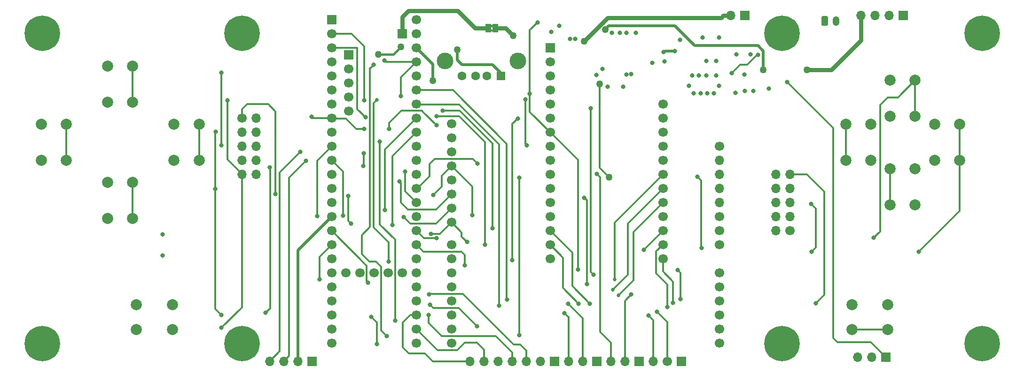
<source format=gbr>
%TF.GenerationSoftware,KiCad,Pcbnew,5.1.9*%
%TF.CreationDate,2021-01-24T16:08:06-08:00*%
%TF.ProjectId,TeensyDisplayShield,5465656e-7379-4446-9973-706c61795368,rev?*%
%TF.SameCoordinates,Original*%
%TF.FileFunction,Copper,L4,Bot*%
%TF.FilePolarity,Positive*%
%FSLAX46Y46*%
G04 Gerber Fmt 4.6, Leading zero omitted, Abs format (unit mm)*
G04 Created by KiCad (PCBNEW 5.1.9) date 2021-01-24 16:08:06*
%MOMM*%
%LPD*%
G01*
G04 APERTURE LIST*
%TA.AperFunction,EtchedComponent*%
%ADD10C,0.100000*%
%TD*%
%TA.AperFunction,ComponentPad*%
%ADD11C,1.700000*%
%TD*%
%TA.AperFunction,ComponentPad*%
%ADD12O,1.700000X1.700000*%
%TD*%
%TA.AperFunction,ComponentPad*%
%ADD13R,1.700000X1.700000*%
%TD*%
%TA.AperFunction,ComponentPad*%
%ADD14C,1.600000*%
%TD*%
%TA.AperFunction,ComponentPad*%
%ADD15R,1.600000X1.500000*%
%TD*%
%TA.AperFunction,ComponentPad*%
%ADD16C,3.000000*%
%TD*%
%TA.AperFunction,ComponentPad*%
%ADD17O,1.200000X1.750000*%
%TD*%
%TA.AperFunction,SMDPad,CuDef*%
%ADD18R,1.000000X1.500000*%
%TD*%
%TA.AperFunction,ComponentPad*%
%ADD19C,2.000000*%
%TD*%
%TA.AperFunction,ComponentPad*%
%ADD20C,6.400000*%
%TD*%
%TA.AperFunction,ViaPad*%
%ADD21C,0.800000*%
%TD*%
%TA.AperFunction,ViaPad*%
%ADD22C,1.270000*%
%TD*%
%TA.AperFunction,ViaPad*%
%ADD23C,0.685800*%
%TD*%
%TA.AperFunction,Conductor*%
%ADD24C,0.300000*%
%TD*%
%TA.AperFunction,Conductor*%
%ADD25C,0.750000*%
%TD*%
%TA.AperFunction,Conductor*%
%ADD26C,0.500000*%
%TD*%
%TA.AperFunction,Conductor*%
%ADD27C,0.400000*%
%TD*%
G04 APERTURE END LIST*
D10*
%TO.C,JP1*%
G36*
X121344000Y-80080000D02*
G01*
X121844000Y-80080000D01*
X121844000Y-79680000D01*
X121344000Y-79680000D01*
X121344000Y-80080000D01*
G37*
G36*
X121344000Y-80880000D02*
G01*
X121844000Y-80880000D01*
X121844000Y-80480000D01*
X121344000Y-80480000D01*
X121344000Y-80880000D01*
G37*
%TD*%
D11*
%TO.P,A2,16*%
%TO.N,Net-(A2-Pad16)*%
X114300000Y-134620000D03*
%TO.P,A2,15*%
%TO.N,Net-(A2-Pad15)*%
X114300000Y-137160000D03*
%TO.P,A2,14*%
%TO.N,A5-SCL*%
X162560000Y-137160000D03*
%TO.P,A2,13*%
%TO.N,A4-SDA*%
X162560000Y-134620000D03*
%TO.P,A2,28*%
%TO.N,D13-SPI-SCK*%
X114300000Y-102620000D03*
%TO.P,A2,12*%
%TO.N,Net-(A2-Pad12)*%
X162560000Y-132080000D03*
%TO.P,A2,27*%
%TO.N,D12-SPI-MISO*%
X114300000Y-105160000D03*
%TO.P,A2,11*%
%TO.N,A8*%
X162560000Y-129540000D03*
%TO.P,A2,26*%
%TO.N,D11-SPI-MOSI*%
X114300000Y-107700000D03*
%TO.P,A2,10*%
%TO.N,Net-(A2-Pad10)*%
X162560000Y-127000000D03*
%TO.P,A2,25*%
%TO.N,D10-SPI-CS*%
X114300000Y-110240000D03*
%TO.P,A2,9*%
%TO.N,Net-(A2-Pad9)*%
X162560000Y-124460000D03*
%TO.P,A2,24*%
%TO.N,D9*%
X114300000Y-112780000D03*
%TO.P,A2,8*%
%TO.N,+5V*%
X162560000Y-119380000D03*
%TO.P,A2,23*%
%TO.N,D8-TX2*%
X114300000Y-115320000D03*
%TO.P,A2,7*%
%TO.N,GND*%
X162560000Y-116840000D03*
%TO.P,A2,22*%
%TO.N,Net-(A2-Pad22)*%
X114300000Y-119380000D03*
%TO.P,A2,6*%
%TO.N,GND*%
X162560000Y-114300000D03*
%TO.P,A2,21*%
%TO.N,Net-(A2-Pad21)*%
X114300000Y-121920000D03*
D12*
%TO.P,A2,5*%
%TO.N,+5V*%
X162560000Y-111760000D03*
D11*
%TO.P,A2,20*%
%TO.N,Net-(A2-Pad20)*%
X114300000Y-124460000D03*
D12*
%TO.P,A2,4*%
%TO.N,+3V3*%
X162560000Y-109220000D03*
D11*
%TO.P,A2,19*%
%TO.N,Net-(A2-Pad19)*%
X114300000Y-127000000D03*
D12*
%TO.P,A2,3*%
%TO.N,Net-(A2-Pad3)*%
X162560000Y-106680000D03*
D11*
%TO.P,A2,18*%
%TO.N,Net-(A2-Pad18)*%
X114300000Y-129540000D03*
D12*
%TO.P,A2,2*%
%TO.N,Net-(A2-Pad2)*%
X162560000Y-104140000D03*
D11*
%TO.P,A2,17*%
%TO.N,Net-(A2-Pad17)*%
X114300000Y-132080000D03*
%TO.P,A2,1*%
%TO.N,Net-(A2-Pad1)*%
X162560000Y-101600000D03*
%TO.P,A2,30*%
%TO.N,Net-(A2-Pad30)*%
X114300000Y-97540000D03*
%TO.P,A2,29*%
%TO.N,GND*%
X114300000Y-100080000D03*
%TD*%
%TO.P,A1,16*%
%TO.N,Net-(A1-Pad16)*%
X132080000Y-121920000D03*
%TO.P,A1,15*%
%TO.N,D1-TX1-SPI1-MISO1*%
X132080000Y-119380000D03*
%TO.P,A1,14*%
%TO.N,D0-RX1-SPI-CS1*%
X132080000Y-116840000D03*
%TO.P,A1,13*%
%TO.N,D12-SPI-MISO*%
X132080000Y-114300000D03*
%TO.P,A1,12*%
%TO.N,D11-SPI-MOSI*%
X132080000Y-111760000D03*
%TO.P,A1,11*%
%TO.N,D13-SPI-SCK*%
X132080000Y-109220000D03*
%TO.P,A1,10*%
%TO.N,Button-B*%
X132080000Y-106680000D03*
%TO.P,A1,9*%
%TO.N,Button-Y*%
X132080000Y-104140000D03*
%TO.P,A1,8*%
%TO.N,A9*%
X132080000Y-101600000D03*
%TO.P,A1,7*%
%TO.N,A8*%
X132080000Y-99060000D03*
%TO.P,A1,6*%
%TO.N,A17*%
X132080000Y-96520000D03*
%TO.P,A1,5*%
%TO.N,A16*%
X132080000Y-93980000D03*
%TO.P,A1,4*%
%TO.N,GND*%
X132080000Y-91440000D03*
%TO.P,A1,3*%
%TO.N,Net-(A1-Pad3)*%
X132080000Y-88900000D03*
%TO.P,A1,2*%
%TO.N,+3V3*%
X132080000Y-86360000D03*
D13*
%TO.P,A1,1*%
%TO.N,Net-(A1-Pad1)*%
X132080000Y-83820000D03*
D11*
%TO.P,A1,28*%
%TO.N,Feather-VBAT*%
X152400000Y-93980000D03*
%TO.P,A1,27*%
%TO.N,Net-(A1-Pad27)*%
X152400000Y-96520000D03*
%TO.P,A1,26*%
%TO.N,+5V*%
X152400000Y-99060000D03*
%TO.P,A1,25*%
%TO.N,Button-Select*%
X152400000Y-101600000D03*
%TO.P,A1,24*%
%TO.N,Button-Right*%
X152400000Y-104140000D03*
%TO.P,A1,23*%
%TO.N,Button-Left*%
X152400000Y-106680000D03*
%TO.P,A1,22*%
%TO.N,Button-Down*%
X152400000Y-109220000D03*
%TO.P,A1,21*%
%TO.N,Button-Up*%
X152400000Y-111760000D03*
%TO.P,A1,20*%
%TO.N,D9*%
X152400000Y-114300000D03*
%TO.P,A1,19*%
%TO.N,D8-TX2*%
X152400000Y-116840000D03*
%TO.P,A1,18*%
%TO.N,A5-SCL*%
X152400000Y-119380000D03*
%TO.P,A1,17*%
%TO.N,A4-SDA*%
X152400000Y-121920000D03*
%TD*%
D14*
%TO.P,J2,4*%
%TO.N,GND*%
X116190000Y-88900000D03*
%TO.P,J2,3*%
%TO.N,USBHost_D+*%
X118690000Y-88900000D03*
%TO.P,J2,2*%
%TO.N,USBHost_D-*%
X120690000Y-88900000D03*
D15*
%TO.P,J2,1*%
%TO.N,USBHost_5V*%
X123190000Y-88900000D03*
D16*
%TO.P,J2,5*%
%TO.N,Net-(J2-Pad5)*%
X113120000Y-86190000D03*
X126260000Y-86190000D03*
%TD*%
D13*
%TO.P,J5,1*%
%TO.N,GND*%
X195700000Y-78000000D03*
D12*
%TO.P,J5,2*%
%TO.N,+5V*%
X193160000Y-78000000D03*
%TO.P,J5,3*%
X190620000Y-78000000D03*
%TO.P,J5,4*%
%TO.N,VBAT*%
X188080000Y-78000000D03*
%TD*%
%TO.P,J1,1*%
%TO.N,Onboard-VBAT*%
%TA.AperFunction,ComponentPad*%
G36*
G01*
X180950000Y-79575001D02*
X180950000Y-78324999D01*
G75*
G02*
X181199999Y-78075000I249999J0D01*
G01*
X181900001Y-78075000D01*
G75*
G02*
X182150000Y-78324999I0J-249999D01*
G01*
X182150000Y-79575001D01*
G75*
G02*
X181900001Y-79825000I-249999J0D01*
G01*
X181199999Y-79825000D01*
G75*
G02*
X180950000Y-79575001I0J249999D01*
G01*
G37*
%TD.AperFunction*%
D17*
%TO.P,J1,2*%
%TO.N,GND*%
X183550000Y-78950000D03*
%TD*%
D13*
%TO.P,J6,1*%
%TO.N,GND*%
X167170000Y-78000000D03*
D12*
%TO.P,J6,2*%
%TO.N,VUSB*%
X164630000Y-78000000D03*
%TD*%
%TO.P,J3,16*%
%TO.N,D35-TX8*%
X117602000Y-140440000D03*
%TO.P,J3,15*%
%TO.N,D34-RX8*%
X120142000Y-140440000D03*
%TO.P,J3,14*%
%TO.N,D29-TX7*%
X122682000Y-140440000D03*
%TO.P,J3,13*%
%TO.N,D28-RX7*%
X125222000Y-140440000D03*
%TO.P,J3,12*%
%TO.N,A10-SCL2-TX6*%
X127762000Y-140440000D03*
%TO.P,J3,11*%
%TO.N,A11-SDA2-RX6*%
X130302000Y-140440000D03*
D13*
%TO.P,J3,10*%
%TO.N,GND*%
X132842000Y-140440000D03*
D12*
%TO.P,J3,9*%
%TO.N,A6-TX5*%
X135382000Y-140440000D03*
%TO.P,J3,8*%
%TO.N,A7-RX5*%
X137922000Y-140440000D03*
D13*
%TO.P,J3,7*%
%TO.N,GND*%
X140462000Y-140440000D03*
D12*
%TO.P,J3,6*%
%TO.N,A0-TX3*%
X143002000Y-140440000D03*
%TO.P,J3,5*%
%TO.N,A1-RX3*%
X145542000Y-140440000D03*
D13*
%TO.P,J3,4*%
%TO.N,GND*%
X148082000Y-140440000D03*
D12*
%TO.P,J3,3*%
%TO.N,D1-TX1-SPI1-MISO1*%
X150622000Y-140440000D03*
D11*
%TO.P,J3,2*%
%TO.N,D0-RX1-SPI-CS1*%
X153162000Y-140440000D03*
D13*
%TO.P,J3,1*%
%TO.N,GND*%
X155702000Y-140440000D03*
%TD*%
D18*
%TO.P,JP1,1*%
%TO.N,Teensy-VUSB*%
X120944000Y-80280000D03*
%TO.P,JP1,2*%
%TO.N,VUSB*%
X122244000Y-80280000D03*
%TD*%
D19*
%TO.P,SW2,1*%
%TO.N,Button-Up*%
X197850000Y-89640000D03*
%TO.P,SW2,2*%
%TO.N,GND*%
X193350000Y-89640000D03*
%TO.P,SW2,1*%
%TO.N,Button-Up*%
X197850000Y-96140000D03*
%TO.P,SW2,2*%
%TO.N,GND*%
X193350000Y-96140000D03*
%TD*%
D13*
%TO.P,U2,49*%
%TO.N,Teensy-VUSB*%
X105410000Y-81280000D03*
D11*
%TO.P,U2,59*%
%TO.N,GND*%
X95760800Y-95199200D03*
%TO.P,U2,58*%
X95760800Y-92659200D03*
%TO.P,U2,57*%
%TO.N,USBHost_D+*%
X95760800Y-90119200D03*
%TO.P,U2,56*%
%TO.N,USBHost_D-*%
X95760800Y-87579200D03*
D13*
%TO.P,U2,55*%
%TO.N,USBHost_5V*%
X95760800Y-85039200D03*
D11*
%TO.P,U2,48*%
%TO.N,+5V*%
X107950000Y-78740000D03*
%TO.P,U2,47*%
%TO.N,GND*%
X107950000Y-81280000D03*
%TO.P,U2,46*%
%TO.N,+3V3*%
X107950000Y-83820000D03*
%TO.P,U2,45*%
%TO.N,A9*%
X107950000Y-86360000D03*
%TO.P,U2,44*%
%TO.N,A8*%
X107950000Y-88900000D03*
%TO.P,U2,43*%
%TO.N,A7-RX5*%
X107950000Y-91440000D03*
%TO.P,U2,42*%
%TO.N,A6-TX5*%
X107950000Y-93980000D03*
%TO.P,U2,41*%
%TO.N,A5-SCL*%
X107950000Y-96520000D03*
%TO.P,U2,40*%
%TO.N,A4-SDA*%
X107950000Y-99060000D03*
%TO.P,U2,39*%
%TO.N,A3-SDA1-TX4*%
X107950000Y-101600000D03*
%TO.P,U2,38*%
%TO.N,A2-SCL1-RX4*%
X107950000Y-104140000D03*
%TO.P,U2,37*%
%TO.N,A1-RX3*%
X107950000Y-106680000D03*
%TO.P,U2,36*%
%TO.N,A0-TX3*%
X107950000Y-109220000D03*
%TO.P,U2,35*%
%TO.N,D13-SPI-SCK*%
X107950000Y-111760000D03*
D13*
%TO.P,U2,1*%
%TO.N,GND*%
X92710000Y-78740000D03*
D11*
%TO.P,U2,2*%
%TO.N,D0-RX1-SPI-CS1*%
X92710000Y-81280000D03*
%TO.P,U2,3*%
%TO.N,D1-TX1-SPI1-MISO1*%
X92710000Y-83820000D03*
%TO.P,U2,4*%
%TO.N,Button-Up*%
X92710000Y-86360000D03*
%TO.P,U2,5*%
%TO.N,Button-Down*%
X92710000Y-88900000D03*
%TO.P,U2,6*%
%TO.N,Button-Left*%
X92710000Y-91440000D03*
%TO.P,U2,7*%
%TO.N,Button-Right*%
X92710000Y-93980000D03*
%TO.P,U2,8*%
%TO.N,Button-Select*%
X92710000Y-96520000D03*
%TO.P,U2,9*%
%TO.N,D7-RX2*%
X92710000Y-99060000D03*
%TO.P,U2,10*%
%TO.N,D8-TX2*%
X92710000Y-101600000D03*
%TO.P,U2,11*%
%TO.N,D9*%
X92710000Y-104140000D03*
%TO.P,U2,12*%
%TO.N,D10-SPI-CS*%
X92710000Y-106680000D03*
%TO.P,U2,13*%
%TO.N,D11-SPI-MOSI*%
X92710000Y-109220000D03*
%TO.P,U2,34*%
%TO.N,GND*%
X107950000Y-114300000D03*
%TO.P,U2,33*%
%TO.N,A17*%
X107950000Y-116840000D03*
%TO.P,U2,32*%
%TO.N,A16*%
X107950000Y-119380000D03*
%TO.P,U2,31*%
%TO.N,A15-SPI1-MISO1*%
X107950000Y-121920000D03*
%TO.P,U2,30*%
%TO.N,A14-SPI1-CS1*%
X107950000Y-124460000D03*
%TO.P,U2,29*%
%TO.N,D37-SPI-CS*%
X107950000Y-127000000D03*
%TO.P,U2,28*%
%TO.N,D36-SPI-CS*%
X107950000Y-129540000D03*
%TO.P,U2,27*%
%TO.N,D35-TX8*%
X107950000Y-132080000D03*
%TO.P,U2,26*%
%TO.N,D34-RX8*%
X107950000Y-134620000D03*
%TO.P,U2,25*%
%TO.N,D33*%
X107950000Y-137160000D03*
%TO.P,U2,24*%
%TO.N,D32*%
X92710000Y-137160000D03*
%TO.P,U2,23*%
%TO.N,Button-B*%
X92710000Y-134620000D03*
%TO.P,U2,22*%
%TO.N,Button-Y*%
X92710000Y-132080000D03*
%TO.P,U2,21*%
%TO.N,D29-TX7*%
X92710000Y-129540000D03*
%TO.P,U2,14*%
%TO.N,D12-SPI-MISO*%
X92710000Y-111760000D03*
%TO.P,U2,15*%
%TO.N,+3V3*%
X92710000Y-114300000D03*
%TO.P,U2,16*%
%TO.N,A10-SCL2-TX6*%
X92710000Y-116840000D03*
%TO.P,U2,20*%
%TO.N,D28-RX7*%
X92710000Y-127000000D03*
%TO.P,U2,19*%
%TO.N,A13-SPI1-SCK1*%
X92710000Y-124460000D03*
%TO.P,U2,18*%
%TO.N,A12-SPI1-MOSI1*%
X92710000Y-121920000D03*
%TO.P,U2,17*%
%TO.N,A11-SDA2-RX6*%
X92710000Y-119380000D03*
%TO.P,U2,50*%
%TO.N,Net-(BT1-Pad1)*%
X95250000Y-124460000D03*
%TO.P,U2,51*%
%TO.N,Net-(U2-Pad51)*%
X97790000Y-124460000D03*
%TO.P,U2,52*%
%TO.N,GND*%
X100330000Y-124460000D03*
%TO.P,U2,53*%
%TO.N,Net-(U2-Pad53)*%
X102870000Y-124460000D03*
%TO.P,U2,54*%
%TO.N,Net-(U2-Pad54)*%
X105410000Y-124460000D03*
%TD*%
D12*
%TO.P,SW1,3*%
%TO.N,N/C*%
X187450000Y-139700000D03*
%TO.P,SW1,2*%
%TO.N,GND*%
X189990000Y-139700000D03*
D13*
%TO.P,SW1,1*%
%TO.N,Net-(Q2-Pad1)*%
X192530000Y-139700000D03*
%TD*%
D12*
%TO.P,J4,4*%
%TO.N,A3-SDA1-TX4*%
X81542000Y-140440000D03*
%TO.P,J4,3*%
%TO.N,A2-SCL1-RX4*%
X84082000Y-140440000D03*
%TO.P,J4,2*%
%TO.N,+3V3*%
X86622000Y-140440000D03*
D13*
%TO.P,J4,1*%
%TO.N,GND*%
X89162000Y-140440000D03*
%TD*%
D19*
%TO.P,SW7,1*%
%TO.N,Button-Select*%
X64008000Y-134706000D03*
%TO.P,SW7,2*%
%TO.N,GND*%
X64008000Y-130206000D03*
%TO.P,SW7,1*%
%TO.N,Button-Select*%
X57508000Y-134706000D03*
%TO.P,SW7,2*%
%TO.N,GND*%
X57508000Y-130206000D03*
%TD*%
%TO.P,SW6,1*%
%TO.N,A16*%
X192936000Y-134706000D03*
%TO.P,SW6,2*%
%TO.N,GND*%
X192936000Y-130206000D03*
%TO.P,SW6,1*%
%TO.N,A16*%
X186436000Y-134706000D03*
%TO.P,SW6,2*%
%TO.N,GND*%
X186436000Y-130206000D03*
%TD*%
%TO.P,SW11,1*%
%TO.N,Button-Y*%
X68834000Y-97640000D03*
%TO.P,SW11,2*%
%TO.N,GND*%
X64334000Y-97640000D03*
%TO.P,SW11,1*%
%TO.N,Button-Y*%
X68834000Y-104140000D03*
%TO.P,SW11,2*%
%TO.N,GND*%
X64334000Y-104140000D03*
%TD*%
%TO.P,SW10,1*%
%TO.N,A9*%
X56858000Y-87140000D03*
%TO.P,SW10,2*%
%TO.N,GND*%
X52358000Y-87140000D03*
%TO.P,SW10,1*%
%TO.N,A9*%
X56858000Y-93640000D03*
%TO.P,SW10,2*%
%TO.N,GND*%
X52358000Y-93640000D03*
%TD*%
%TO.P,SW9,1*%
%TO.N,Button-B*%
X56858000Y-108140000D03*
%TO.P,SW9,2*%
%TO.N,GND*%
X52358000Y-108140000D03*
%TO.P,SW9,1*%
%TO.N,Button-B*%
X56858000Y-114640000D03*
%TO.P,SW9,2*%
%TO.N,GND*%
X52358000Y-114640000D03*
%TD*%
%TO.P,SW8,1*%
%TO.N,A17*%
X44882000Y-97640000D03*
%TO.P,SW8,2*%
%TO.N,GND*%
X40382000Y-97640000D03*
%TO.P,SW8,1*%
%TO.N,A17*%
X44882000Y-104140000D03*
%TO.P,SW8,2*%
%TO.N,GND*%
X40382000Y-104140000D03*
%TD*%
%TO.P,SW5,1*%
%TO.N,Button-Right*%
X185350000Y-104140000D03*
%TO.P,SW5,2*%
%TO.N,GND*%
X189850000Y-104140000D03*
%TO.P,SW5,1*%
%TO.N,Button-Right*%
X185350000Y-97640000D03*
%TO.P,SW5,2*%
%TO.N,GND*%
X189850000Y-97640000D03*
%TD*%
%TO.P,SW4,1*%
%TO.N,Button-Left*%
X205850000Y-97640000D03*
%TO.P,SW4,2*%
%TO.N,GND*%
X201350000Y-97640000D03*
%TO.P,SW4,1*%
%TO.N,Button-Left*%
X205850000Y-104140000D03*
%TO.P,SW4,2*%
%TO.N,GND*%
X201350000Y-104140000D03*
%TD*%
%TO.P,SW3,1*%
%TO.N,Button-Down*%
X193350000Y-112140000D03*
%TO.P,SW3,2*%
%TO.N,GND*%
X197850000Y-112140000D03*
%TO.P,SW3,1*%
%TO.N,Button-Down*%
X193350000Y-105640000D03*
%TO.P,SW3,2*%
%TO.N,GND*%
X197850000Y-105640000D03*
%TD*%
D11*
%TO.P,J7,1*%
%TO.N,Button-Up*%
X175260000Y-116840000D03*
D12*
%TO.P,J7,2*%
%TO.N,GND*%
X172720000Y-116840000D03*
%TO.P,J7,3*%
%TO.N,Button-Down*%
X175260000Y-114300000D03*
%TO.P,J7,4*%
%TO.N,GND*%
X172720000Y-114300000D03*
%TO.P,J7,5*%
%TO.N,Button-Left*%
X175260000Y-111760000D03*
%TO.P,J7,6*%
%TO.N,GND*%
X172720000Y-111760000D03*
%TO.P,J7,7*%
%TO.N,Button-Right*%
X175260000Y-109220000D03*
%TO.P,J7,8*%
%TO.N,GND*%
X172720000Y-109220000D03*
%TO.P,J7,9*%
%TO.N,A16*%
X175260000Y-106680000D03*
%TO.P,J7,10*%
%TO.N,GND*%
X172720000Y-106680000D03*
%TD*%
%TO.P,J8,10*%
%TO.N,GND*%
X79100000Y-106680000D03*
%TO.P,J8,9*%
%TO.N,Button-Select*%
X76560000Y-106680000D03*
%TO.P,J8,8*%
%TO.N,GND*%
X79100000Y-104140000D03*
%TO.P,J8,7*%
%TO.N,Button-Y*%
X76560000Y-104140000D03*
%TO.P,J8,6*%
%TO.N,GND*%
X79100000Y-101600000D03*
%TO.P,J8,5*%
%TO.N,A9*%
X76560000Y-101600000D03*
%TO.P,J8,4*%
%TO.N,GND*%
X79100000Y-99060000D03*
%TO.P,J8,3*%
%TO.N,Button-B*%
X76560000Y-99060000D03*
%TO.P,J8,2*%
%TO.N,GND*%
X79100000Y-96520000D03*
D11*
%TO.P,J8,1*%
%TO.N,A17*%
X76560000Y-96520000D03*
%TD*%
D20*
%TO.P,H1,1*%
%TO.N,GND*%
X76560000Y-81200000D03*
%TD*%
%TO.P,H2,1*%
%TO.N,GND*%
X173884000Y-81200000D03*
%TD*%
%TO.P,H3,1*%
%TO.N,GND*%
X76560000Y-137240000D03*
%TD*%
%TO.P,H4,1*%
%TO.N,GND*%
X173884000Y-137240000D03*
%TD*%
%TO.P,H5,1*%
%TO.N,GND*%
X209884000Y-81200000D03*
%TD*%
%TO.P,H6,1*%
%TO.N,GND*%
X209884000Y-137240000D03*
%TD*%
%TO.P,H7,1*%
%TO.N,GND*%
X40560000Y-81200000D03*
%TD*%
%TO.P,H8,1*%
%TO.N,GND*%
X40560000Y-137240000D03*
%TD*%
D21*
%TO.N,GND*%
X168702000Y-91600000D03*
X62302000Y-117500000D03*
X62302000Y-121300000D03*
X165502000Y-91900000D03*
X167102000Y-88600000D03*
X165602000Y-85000000D03*
X168202000Y-85000000D03*
X167202000Y-91600000D03*
X162502000Y-90700000D03*
X161602000Y-92000000D03*
X160402000Y-92000000D03*
X159202000Y-92000000D03*
X157902000Y-92000000D03*
X157102000Y-90700000D03*
X145802000Y-88600000D03*
X141502000Y-87600000D03*
X140402000Y-88700000D03*
X135702000Y-82200000D03*
X136602000Y-82200000D03*
X143202000Y-81100000D03*
X144602000Y-81100000D03*
X145802000Y-81100000D03*
X147502000Y-81100000D03*
X155502000Y-82400000D03*
X150450000Y-86530000D03*
X146631992Y-88560000D03*
X142432000Y-90860000D03*
X145232000Y-90860000D03*
X159532000Y-81960000D03*
X162532000Y-81960000D03*
X152700752Y-86303557D03*
X132300000Y-80900000D03*
X133700016Y-79800000D03*
%TO.N,D10-SPI-CS*%
X104902000Y-107950000D03*
%TO.N,D12-SPI-MISO*%
X111030000Y-110400000D03*
X118030000Y-114000000D03*
%TO.N,D13-SPI-SCK*%
X105918000Y-106172000D03*
%TO.N,A4-SDA*%
X154210000Y-129840000D03*
X103662000Y-115840000D03*
%TO.N,A5-SCL*%
X153210000Y-130640000D03*
X102312000Y-113090000D03*
%TO.N,D0-RX1-SPI-CS1*%
X121712000Y-116389999D03*
X98612000Y-93290000D03*
X151312000Y-131490000D03*
X139231992Y-130009992D03*
X112762000Y-95140000D03*
%TO.N,D1-TX1-SPI1-MISO1*%
X98812000Y-96340000D03*
X111612000Y-96190000D03*
X120362000Y-119390000D03*
X149812000Y-132190000D03*
X137231995Y-130010005D03*
D22*
%TO.N,VUSB*%
X125430000Y-81610000D03*
X138202000Y-82600000D03*
D21*
%TO.N,A9*%
X102182000Y-86060000D03*
X105182000Y-92560000D03*
X127582000Y-93160000D03*
X127882000Y-101460000D03*
X72860000Y-88290000D03*
X72860000Y-101390000D03*
%TO.N,A8*%
X129802000Y-79200000D03*
X128402000Y-92100000D03*
X137082000Y-123860000D03*
X155082000Y-123960000D03*
X155582000Y-129160000D03*
%TO.N,A7-RX5*%
X135312000Y-130040000D03*
X124312000Y-129290000D03*
%TO.N,A6-TX5*%
X134662000Y-131690000D03*
X122912000Y-130340000D03*
%TO.N,A17*%
X125282000Y-122160000D03*
X126282000Y-96560000D03*
X96182000Y-115560000D03*
X95682000Y-110560000D03*
X111630000Y-118200000D03*
X82610000Y-110190000D03*
%TO.N,A16*%
X139382000Y-94760000D03*
X116682000Y-123060000D03*
X139882000Y-124760000D03*
X179936000Y-129914000D03*
%TO.N,D28-RX7*%
X110162000Y-132040000D03*
%TO.N,A10-SCL2-TX6*%
X110262000Y-128340000D03*
X99282000Y-126260000D03*
%TO.N,A11-SDA2-RX6*%
X90562000Y-125640000D03*
X110462000Y-130240000D03*
X118872000Y-134060000D03*
D22*
%TO.N,VBAT*%
X142002000Y-80500000D03*
X170500000Y-87800000D03*
X178320000Y-87810000D03*
D21*
%TO.N,D29-TX7*%
X99862000Y-132400000D03*
X100862000Y-137300000D03*
%TO.N,Button-Up*%
X102616000Y-135890000D03*
D23*
X144400000Y-128480000D03*
D21*
X100300000Y-86880000D03*
X190382000Y-118110000D03*
%TO.N,Button-Down*%
X104140000Y-133096000D03*
D23*
X143400000Y-127480000D03*
D21*
X101382000Y-100760000D03*
D23*
%TO.N,Button-Left*%
X100862000Y-93190000D03*
D21*
X158582000Y-107060000D03*
X159382000Y-119960000D03*
D23*
X143682002Y-125660000D03*
D21*
X198492000Y-120650000D03*
X103006000Y-122386000D03*
X179060000Y-111990000D03*
X179220000Y-120650000D03*
%TO.N,Button-Select*%
X111582000Y-97760000D03*
X98582000Y-98460000D03*
X103082000Y-98470001D03*
X72860000Y-134390000D03*
X89060000Y-96290000D03*
X73960000Y-93290000D03*
%TO.N,A0-TX3*%
X140482000Y-106560000D03*
X118982000Y-104760000D03*
%TO.N,A1-RX3*%
X138182000Y-110860000D03*
X146682000Y-128360000D03*
X138682000Y-126480010D03*
D22*
%TO.N,USBHost_5V*%
X101100000Y-84980000D03*
X105162000Y-83640000D03*
X115344000Y-84180000D03*
D21*
%TO.N,A2-SCL1-RX4*%
X88062000Y-104240000D03*
%TO.N,A3-SDA1-TX4*%
X87062000Y-102640000D03*
D22*
%TO.N,+3V3*%
X110902000Y-89700000D03*
X142702000Y-107200000D03*
X141002000Y-90300000D03*
D21*
%TO.N,+5V*%
X160202000Y-86200000D03*
X162002000Y-86200000D03*
X162002000Y-88800000D03*
X160202000Y-88800000D03*
X158902000Y-88800000D03*
X157702000Y-88800000D03*
%TO.N,Net-(Q2-Pad1)*%
X174780000Y-90000000D03*
%TO.N,D8-TX2*%
X90112000Y-114190000D03*
X148962000Y-120340000D03*
X117130000Y-118900000D03*
X110630000Y-117400000D03*
%TO.N,D9*%
X94762000Y-114090000D03*
X105662000Y-114340000D03*
%TO.N,Button-B*%
X126482000Y-107260000D03*
X126502000Y-135700000D03*
X71760000Y-109290000D03*
X72860000Y-132090000D03*
X71860000Y-98990000D03*
%TO.N,Button-Y*%
X98482000Y-102860000D03*
X98382000Y-105160000D03*
X81530000Y-105420000D03*
X80836000Y-131614000D03*
%TO.N,Net-(D1-Pad1)*%
X164771998Y-88400000D03*
X169500000Y-85100000D03*
%TO.N,Net-(JP2-Pad2)*%
X171440000Y-91200000D03*
%TO.N,Net-(R5-Pad2)*%
X154532000Y-84360000D03*
X152532004Y-84560000D03*
%TD*%
D24*
%TO.N,D10-SPI-CS*%
X106426000Y-113030000D02*
X105156000Y-111760000D01*
X105156000Y-111760000D02*
X105156000Y-108204000D01*
X105156000Y-108204000D02*
X104902000Y-107950000D01*
X111510000Y-113030000D02*
X114300000Y-110240000D01*
X111000000Y-113030000D02*
X111510000Y-113030000D01*
X111000000Y-113030000D02*
X106426000Y-113030000D01*
%TO.N,D12-SPI-MISO*%
X112530000Y-106930000D02*
X114300000Y-105160000D01*
X112530000Y-108900000D02*
X112530000Y-106930000D01*
X111030000Y-110400000D02*
X112530000Y-108900000D01*
X118030000Y-108890000D02*
X118030000Y-114000000D01*
X114300000Y-105160000D02*
X118030000Y-108890000D01*
%TO.N,D13-SPI-SCK*%
X105918000Y-109728000D02*
X105918000Y-106172000D01*
X107950000Y-111760000D02*
X105918000Y-109728000D01*
%TO.N,A4-SDA*%
X154210000Y-126016000D02*
X154210000Y-129840000D01*
X152400000Y-124206000D02*
X154210000Y-126016000D01*
X152400000Y-121920000D02*
X152400000Y-124206000D01*
X107950000Y-99060000D02*
X103662000Y-103348000D01*
X103662000Y-103348000D02*
X103662000Y-115840000D01*
%TO.N,A5-SCL*%
X153210000Y-126540000D02*
X153210000Y-130640000D01*
X151199999Y-124529999D02*
X153210000Y-126540000D01*
X151199999Y-120580001D02*
X151199999Y-124529999D01*
X152400000Y-119380000D02*
X151199999Y-120580001D01*
X102312000Y-102158000D02*
X102312000Y-113090000D01*
X107950000Y-96520000D02*
X102312000Y-102158000D01*
%TO.N,D0-RX1-SPI-CS1*%
X98612000Y-83590000D02*
X96302000Y-81280000D01*
X96302000Y-81280000D02*
X92710000Y-81280000D01*
X98612000Y-93290000D02*
X98612000Y-83590000D01*
X151312000Y-131490000D02*
X153162000Y-133340000D01*
X136062000Y-126840000D02*
X139231992Y-130009992D01*
X132080000Y-116840000D02*
X136062000Y-120822000D01*
X136062000Y-120822000D02*
X136062000Y-126840000D01*
X121712000Y-116389999D02*
X121712000Y-101043998D01*
X115808002Y-95140000D02*
X112762000Y-95140000D01*
X121712000Y-101043998D02*
X115808002Y-95140000D01*
X153162000Y-140440000D02*
X153162000Y-133340000D01*
%TO.N,D1-TX1-SPI1-MISO1*%
X92710000Y-83820000D02*
X97342000Y-83820000D01*
X97342000Y-94870000D02*
X98812000Y-96340000D01*
X97342000Y-83820000D02*
X97342000Y-94870000D01*
X150562000Y-139640000D02*
X150622000Y-139700000D01*
X149812000Y-132190000D02*
X150562000Y-132940000D01*
X132080000Y-119380000D02*
X134412000Y-121712000D01*
X134412000Y-121712000D02*
X134412000Y-127190010D01*
X134412000Y-127190010D02*
X137231995Y-130010005D01*
X120362000Y-119390000D02*
X120382000Y-119370000D01*
X120382000Y-119370000D02*
X120382000Y-100852000D01*
X120382000Y-100852000D02*
X115720000Y-96190000D01*
X115720000Y-96190000D02*
X111612000Y-96190000D01*
X150622000Y-133000000D02*
X150562000Y-132940000D01*
X150622000Y-140440000D02*
X150622000Y-133000000D01*
D25*
%TO.N,VUSB*%
X124100000Y-80280000D02*
X125430000Y-81610000D01*
X122244000Y-80280000D02*
X124100000Y-80280000D01*
X138202000Y-82600000D02*
X142402000Y-78400000D01*
X163300000Y-78000000D02*
X162900000Y-78400000D01*
X164630000Y-78000000D02*
X163300000Y-78000000D01*
X142402000Y-78400000D02*
X162900000Y-78400000D01*
D24*
%TO.N,A9*%
X107950000Y-86360000D02*
X102482000Y-86360000D01*
X102482000Y-86360000D02*
X102182000Y-86060000D01*
X105182000Y-89128000D02*
X105182000Y-92560000D01*
X107950000Y-86360000D02*
X105182000Y-89128000D01*
X127582000Y-101160000D02*
X127882000Y-101460000D01*
X127582000Y-93160000D02*
X127582000Y-101160000D01*
X56858000Y-93640000D02*
X56858000Y-87140000D01*
X72860000Y-88290000D02*
X72860000Y-101390000D01*
%TO.N,A8*%
X128402000Y-80600000D02*
X128402000Y-92100000D01*
X129802000Y-79200000D02*
X128402000Y-80600000D01*
X128402000Y-95382000D02*
X128402000Y-92100000D01*
X132080000Y-99060000D02*
X128402000Y-95382000D01*
X137082000Y-104062000D02*
X137082000Y-123860000D01*
X132080000Y-99060000D02*
X137082000Y-104062000D01*
X155582000Y-124460000D02*
X155582000Y-129160000D01*
X155082000Y-123960000D02*
X155582000Y-124460000D01*
%TO.N,A7-RX5*%
X107950000Y-91440000D02*
X114562000Y-91440000D01*
X114562000Y-91440000D02*
X124262000Y-101140000D01*
X124262000Y-101140000D02*
X124262000Y-104090000D01*
X135312000Y-130040000D02*
X137922000Y-132650000D01*
X124262000Y-104090000D02*
X124262000Y-129240000D01*
X124262000Y-129240000D02*
X124312000Y-129290000D01*
X137922000Y-140440000D02*
X137922000Y-132650000D01*
%TO.N,A6-TX5*%
X108010000Y-94040000D02*
X107950000Y-93980000D01*
X115662000Y-94040000D02*
X108010000Y-94040000D01*
X122862000Y-101240000D02*
X115662000Y-94040000D01*
X134662000Y-131690000D02*
X135362000Y-132390000D01*
X122862000Y-101240000D02*
X122862000Y-130290000D01*
X122862000Y-130290000D02*
X122912000Y-130340000D01*
X135382000Y-132410000D02*
X135362000Y-132390000D01*
X135382000Y-140440000D02*
X135382000Y-132410000D01*
%TO.N,A17*%
X125282000Y-97560000D02*
X126282000Y-96560000D01*
X125282000Y-122160000D02*
X125282000Y-97560000D01*
X96182000Y-115560000D02*
X95682000Y-115060000D01*
X95682000Y-115060000D02*
X95682000Y-110560000D01*
X44882000Y-97640000D02*
X44882000Y-104140000D01*
X107950000Y-116840000D02*
X109310000Y-118200000D01*
X109310000Y-118200000D02*
X111630000Y-118200000D01*
X82610000Y-110190000D02*
X82610000Y-98640000D01*
X76560000Y-96520000D02*
X76560000Y-94890000D01*
X76560000Y-94890000D02*
X77470000Y-93980000D01*
X77470000Y-93980000D02*
X81280000Y-93980000D01*
X82610000Y-95310000D02*
X82610000Y-98640000D01*
X81280000Y-93980000D02*
X82610000Y-95310000D01*
%TO.N,A16*%
X139382000Y-124260000D02*
X139882000Y-124760000D01*
X139382000Y-94760000D02*
X139382000Y-124260000D01*
X186436000Y-134706000D02*
X192936000Y-134706000D01*
X116682000Y-121260000D02*
X116682000Y-123060000D01*
X116072000Y-120650000D02*
X116682000Y-121260000D01*
X109220000Y-120650000D02*
X116072000Y-120650000D01*
X107950000Y-119380000D02*
X109220000Y-120650000D01*
X181460000Y-128390000D02*
X179936000Y-129914000D01*
X181460000Y-109790000D02*
X181460000Y-128390000D01*
X178350000Y-106680000D02*
X181460000Y-109790000D01*
X176530000Y-106680000D02*
X178350000Y-106680000D01*
X176530000Y-106680000D02*
X175260000Y-106680000D01*
%TO.N,D35-TX8*%
X109527000Y-139000000D02*
X110217000Y-139690000D01*
X106662000Y-139000000D02*
X109527000Y-139000000D01*
X105562000Y-137900000D02*
X106662000Y-139000000D01*
X105562000Y-133400000D02*
X105562000Y-137900000D01*
X106882000Y-132080000D02*
X105562000Y-133400000D01*
X107950000Y-132080000D02*
X106882000Y-132080000D01*
X110967000Y-140440000D02*
X110217000Y-139690000D01*
X117602000Y-140440000D02*
X110967000Y-140440000D01*
%TO.N,D34-RX8*%
X111760000Y-138430000D02*
X107950000Y-134620000D01*
X115362000Y-138430000D02*
X111760000Y-138430000D01*
X116692000Y-137100000D02*
X115362000Y-138430000D01*
X118892000Y-137100000D02*
X116692000Y-137100000D01*
X120142000Y-138350000D02*
X118892000Y-137100000D01*
X120142000Y-138350000D02*
X120142000Y-140440000D01*
%TO.N,D28-RX7*%
X110162000Y-133528002D02*
X110162000Y-132040000D01*
X112533998Y-135900000D02*
X110162000Y-133528002D01*
X122260000Y-135900000D02*
X112533998Y-135900000D01*
X125222000Y-138862000D02*
X122260000Y-135900000D01*
X125222000Y-140440000D02*
X125222000Y-138862000D01*
%TO.N,A10-SCL2-TX6*%
X110332000Y-128270000D02*
X116332000Y-128270000D01*
X110262000Y-128340000D02*
X110332000Y-128270000D01*
X99032000Y-123162000D02*
X92710000Y-116840000D01*
X99032000Y-126010000D02*
X99032000Y-123162000D01*
X99282000Y-126260000D02*
X99032000Y-126010000D01*
X127762000Y-140440000D02*
X127762000Y-138512000D01*
X126674000Y-137424000D02*
X125486000Y-137424000D01*
X127762000Y-138512000D02*
X126674000Y-137424000D01*
X116332000Y-128270000D02*
X125486000Y-137424000D01*
%TO.N,A11-SDA2-RX6*%
X90562000Y-121528000D02*
X90562000Y-125640000D01*
X92710000Y-119380000D02*
X90562000Y-121528000D01*
X115622000Y-130810000D02*
X118872000Y-134060000D01*
X111032000Y-130810000D02*
X115622000Y-130810000D01*
X110462000Y-130240000D02*
X111032000Y-130810000D01*
D26*
%TO.N,VBAT*%
X169500000Y-83400000D02*
X170500000Y-84400000D01*
X170500000Y-84400000D02*
X170500000Y-86000000D01*
X158100000Y-83400000D02*
X169500000Y-83400000D01*
X170500000Y-86000000D02*
X170500000Y-87800000D01*
X154565001Y-79865001D02*
X158100000Y-83400000D01*
X142636999Y-79865001D02*
X154565001Y-79865001D01*
X142002000Y-80500000D02*
X142636999Y-79865001D01*
D25*
X178320000Y-87810000D02*
X182760000Y-87810000D01*
X188080000Y-82490000D02*
X188080000Y-78000000D01*
X182760000Y-87810000D02*
X188080000Y-82490000D01*
D24*
%TO.N,D29-TX7*%
X100862000Y-133400000D02*
X100862000Y-137300000D01*
X99862000Y-132400000D02*
X100862000Y-133400000D01*
%TO.N,Button-Up*%
X147100000Y-125780000D02*
X144400000Y-128480000D01*
X147100000Y-117060000D02*
X147100000Y-125780000D01*
X152400000Y-111760000D02*
X147100000Y-117060000D01*
X99900001Y-87279999D02*
X100300000Y-86880000D01*
X99626742Y-87553258D02*
X99900001Y-87279999D01*
X98132000Y-117660000D02*
X99626742Y-116165258D01*
X98132000Y-121060000D02*
X98132000Y-117660000D01*
X99523000Y-122451000D02*
X98132000Y-121060000D01*
X100741000Y-122451000D02*
X99523000Y-122451000D01*
X101610000Y-123320000D02*
X100741000Y-122451000D01*
X101610000Y-134884000D02*
X101610000Y-123320000D01*
X99626742Y-116165258D02*
X99626742Y-87553258D01*
X102616000Y-135890000D02*
X101610000Y-134884000D01*
X197850000Y-89640000D02*
X197850000Y-96140000D01*
X191532000Y-116960000D02*
X190382000Y-118110000D01*
X191532000Y-94168000D02*
X191532000Y-116960000D01*
X192940000Y-92760000D02*
X191532000Y-94168000D01*
X194730000Y-92760000D02*
X192940000Y-92760000D01*
X197850000Y-89640000D02*
X194730000Y-92760000D01*
%TO.N,Button-Down*%
X143742899Y-127137101D02*
X143400000Y-127480000D01*
X146100000Y-124780000D02*
X143742899Y-127137101D01*
X146100000Y-115520000D02*
X146100000Y-124780000D01*
X152400000Y-109220000D02*
X146100000Y-115520000D01*
X193350000Y-105640000D02*
X193350000Y-112140000D01*
X101382000Y-115710000D02*
X101382000Y-100760000D01*
X104140000Y-118468000D02*
X101382000Y-115710000D01*
X104140000Y-133096000D02*
X104140000Y-118468000D01*
%TO.N,Button-Left*%
X158582000Y-107060000D02*
X159282000Y-107760000D01*
X159282000Y-119860000D02*
X159382000Y-119960000D01*
X159282000Y-107760000D02*
X159282000Y-119860000D01*
X143682002Y-115397998D02*
X143682002Y-125660000D01*
X152400000Y-106680000D02*
X143682002Y-115397998D01*
X205850000Y-97640000D02*
X205850000Y-104140000D01*
X205850000Y-113292000D02*
X198492000Y-120650000D01*
X205850000Y-104140000D02*
X205850000Y-113292000D01*
X103006000Y-118934000D02*
X103006000Y-122386000D01*
X100272039Y-116200039D02*
X103006000Y-118934000D01*
X100272039Y-93779961D02*
X100272039Y-116200039D01*
X100862000Y-93190000D02*
X100272039Y-93779961D01*
X179960000Y-119910000D02*
X179220000Y-120650000D01*
X179960000Y-112890000D02*
X179960000Y-119910000D01*
X179060000Y-111990000D02*
X179960000Y-112890000D01*
%TO.N,Button-Right*%
X185350000Y-104140000D02*
X185350000Y-97640000D01*
%TO.N,Button-Select*%
X103082000Y-98470001D02*
X103082000Y-97390001D01*
X103082000Y-97390001D02*
X105291999Y-95180001D01*
X105291999Y-95180001D02*
X109002001Y-95180001D01*
X109207000Y-95385000D02*
X111582000Y-97760000D01*
X109002001Y-95180001D02*
X109207000Y-95385000D01*
X92710000Y-96520000D02*
X92750000Y-96560000D01*
X92750000Y-96560000D02*
X95282000Y-96560000D01*
X95282000Y-96560000D02*
X97182000Y-98460000D01*
X97182000Y-98460000D02*
X98582000Y-98460000D01*
X76560000Y-130690000D02*
X72860000Y-134390000D01*
X76560000Y-106590000D02*
X76560000Y-130690000D01*
X89290000Y-96520000D02*
X89060000Y-96290000D01*
X92710000Y-96520000D02*
X89290000Y-96520000D01*
X73960000Y-103990000D02*
X76560000Y-106590000D01*
X73960000Y-93290000D02*
X73960000Y-103990000D01*
%TO.N,A0-TX3*%
X110382000Y-107010000D02*
X108172000Y-109220000D01*
X108172000Y-109220000D02*
X107950000Y-109220000D01*
X110382000Y-104810000D02*
X110382000Y-107010000D01*
X118112000Y-103890000D02*
X111302000Y-103890000D01*
X111302000Y-103890000D02*
X110382000Y-104810000D01*
X118982000Y-104760000D02*
X118112000Y-103890000D01*
X141082000Y-107160000D02*
X140482000Y-106560000D01*
X141082000Y-135112000D02*
X141082000Y-107160000D01*
X143002000Y-137032000D02*
X141082000Y-135112000D01*
X143002000Y-140440000D02*
X143002000Y-137032000D01*
%TO.N,A1-RX3*%
X138182000Y-110860000D02*
X138682000Y-111360000D01*
X138682000Y-111360000D02*
X138682000Y-126480010D01*
X145542000Y-129500000D02*
X146682000Y-128360000D01*
X145542000Y-140440000D02*
X145542000Y-129500000D01*
D27*
%TO.N,USBHost_5V*%
X103822000Y-84980000D02*
X105162000Y-83640000D01*
X101100000Y-84980000D02*
X103822000Y-84980000D01*
D26*
X116204000Y-86870000D02*
X115374000Y-86040000D01*
X115374000Y-84210000D02*
X115344000Y-84180000D01*
X115374000Y-86040000D02*
X115374000Y-84210000D01*
X121704000Y-86870000D02*
X116204000Y-86870000D01*
X123190000Y-88356000D02*
X121704000Y-86870000D01*
X123190000Y-88900000D02*
X123190000Y-88356000D01*
D24*
%TO.N,A2-SCL1-RX4*%
X85060000Y-139462000D02*
X84082000Y-140440000D01*
X85060000Y-107242000D02*
X85060000Y-139462000D01*
X88062000Y-104240000D02*
X85060000Y-107242000D01*
%TO.N,A3-SDA1-TX4*%
X83360000Y-138622000D02*
X81542000Y-140440000D01*
X83360000Y-106342000D02*
X83360000Y-138622000D01*
X87062000Y-102640000D02*
X83360000Y-106342000D01*
D26*
%TO.N,+3V3*%
X110902000Y-86772000D02*
X107950000Y-83820000D01*
X110902000Y-89700000D02*
X110902000Y-86772000D01*
D24*
X141002000Y-105500000D02*
X141002000Y-90300000D01*
X142702000Y-107200000D02*
X141002000Y-105500000D01*
D26*
X86622000Y-120388000D02*
X92710000Y-114300000D01*
X86622000Y-140440000D02*
X86622000Y-120388000D01*
D24*
%TO.N,Net-(Q2-Pad1)*%
X189820000Y-136990000D02*
X192530000Y-139700000D01*
X183850000Y-136990000D02*
X189820000Y-136990000D01*
X183060000Y-136200000D02*
X183850000Y-136990000D01*
X183060000Y-98280000D02*
X183060000Y-136200000D01*
X174780000Y-90000000D02*
X183060000Y-98280000D01*
%TO.N,D8-TX2*%
X90112000Y-104198000D02*
X92710000Y-101600000D01*
X90112000Y-114190000D02*
X90112000Y-104198000D01*
X148962000Y-120278000D02*
X148962000Y-120340000D01*
X152400000Y-116840000D02*
X148962000Y-120278000D01*
X117130000Y-118900000D02*
X116130000Y-117900000D01*
X116130000Y-117150000D02*
X114300000Y-115320000D01*
X116130000Y-117900000D02*
X116130000Y-117150000D01*
X112220000Y-117400000D02*
X110630000Y-117400000D01*
X114300000Y-115320000D02*
X112220000Y-117400000D01*
%TO.N,D9*%
X94762000Y-106192000D02*
X94762000Y-114090000D01*
X92710000Y-104140000D02*
X94762000Y-106192000D01*
X105662000Y-114340000D02*
X106892000Y-115570000D01*
X111510000Y-115570000D02*
X114300000Y-112780000D01*
X110800000Y-115570000D02*
X111510000Y-115570000D01*
X106892000Y-115570000D02*
X110800000Y-115570000D01*
%TO.N,Button-B*%
X126482000Y-135680000D02*
X126502000Y-135700000D01*
X126482000Y-107260000D02*
X126482000Y-135680000D01*
X56858000Y-114640000D02*
X56858000Y-108140000D01*
X71760000Y-130990000D02*
X72860000Y-132090000D01*
X71760000Y-109290000D02*
X71760000Y-130990000D01*
X71760000Y-99090000D02*
X71860000Y-98990000D01*
X71760000Y-109290000D02*
X71760000Y-99090000D01*
%TO.N,Button-Y*%
X98482000Y-105060000D02*
X98382000Y-105160000D01*
X98482000Y-102860000D02*
X98482000Y-105060000D01*
X68834000Y-97640000D02*
X68834000Y-104140000D01*
X81610000Y-105500000D02*
X81530000Y-105420000D01*
X81610000Y-112090000D02*
X81610000Y-105500000D01*
X81610000Y-130840000D02*
X80836000Y-131614000D01*
X81610000Y-112090000D02*
X81610000Y-130840000D01*
D25*
%TO.N,Teensy-VUSB*%
X118579000Y-80280000D02*
X120944000Y-80280000D01*
X115409000Y-77110000D02*
X118579000Y-80280000D01*
X106544000Y-77110000D02*
X115409000Y-77110000D01*
X105410000Y-78244000D02*
X106544000Y-77110000D01*
X105410000Y-81280000D02*
X105410000Y-78244000D01*
D24*
%TO.N,Net-(D1-Pad1)*%
X169400000Y-85100000D02*
X169500000Y-85100000D01*
X167628002Y-86871998D02*
X169400000Y-85100000D01*
X166300000Y-86871998D02*
X167628002Y-86871998D01*
X164771998Y-88400000D02*
X166300000Y-86871998D01*
D26*
%TO.N,Net-(R5-Pad2)*%
X154532000Y-84360000D02*
X152732004Y-84360000D01*
X152732004Y-84360000D02*
X152532004Y-84560000D01*
%TD*%
M02*

</source>
